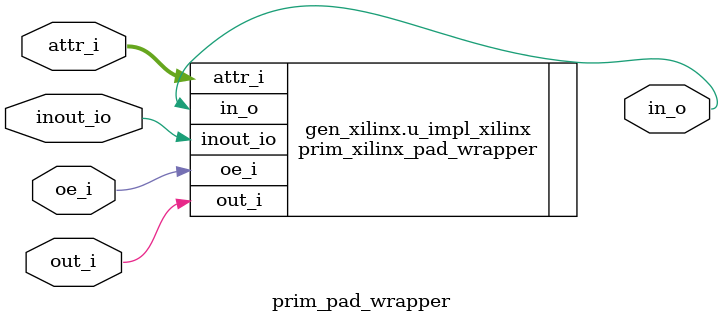
<source format=v>
module prim_pad_wrapper (
	inout_io,
	in_o,
	out_i,
	oe_i,
	attr_i
);
	localparam prim_pkg_ImplXilinx = 1;
	parameter [31:0] AttrDw = 6;
	inout wire inout_io;
	output wire in_o;
	input out_i;
	input oe_i;
	input [AttrDw - 1:0] attr_i;
	parameter integer Impl = prim_pkg_ImplXilinx;
	generate
		if (Impl == prim_pkg_ImplXilinx) begin : gen_xilinx
			prim_xilinx_pad_wrapper #(.AttrDw(AttrDw)) u_impl_xilinx(
                                .inout_io(inout_io),
                                .in_o(in_o),
                                .out_i(out_i),
                                .oe_i(oe_i),
                                .attr_i(attr_i)
                        );
		end
		else begin : gen_generic
			prim_generic_pad_wrapper #(.AttrDw(AttrDw)) u_impl_generic(
                                .inout_io(inout_io),
                                .in_o(in_o),
                                .out_i(out_i),
                                .oe_i(oe_i),
                                .attr_i(attr_i)
                        );
		end
	endgenerate
endmodule

</source>
